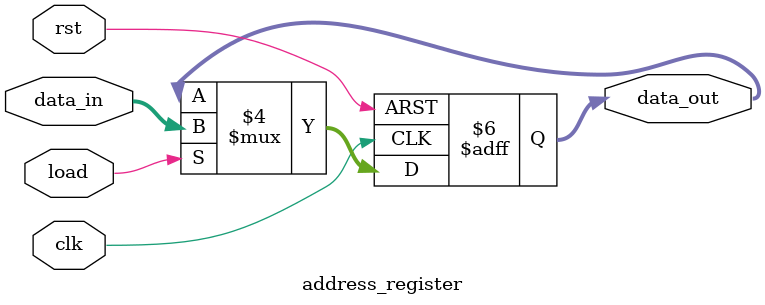
<source format=v>
module address_register(data_out, data_in, rst, clk, load);
parameter word_size=8;
input [word_size-1: 0] data_in;
output [word_size-1: 0] data_out;
reg [word_size-1: 0] data_out;
input rst;
input clk;
input load;
always@(posedge clk or negedge rst)
begin
if(rst==0)
data_out<=8'b0000_0000;
else if (load==1)
data_out<=data_in;
end
endmodule

</source>
